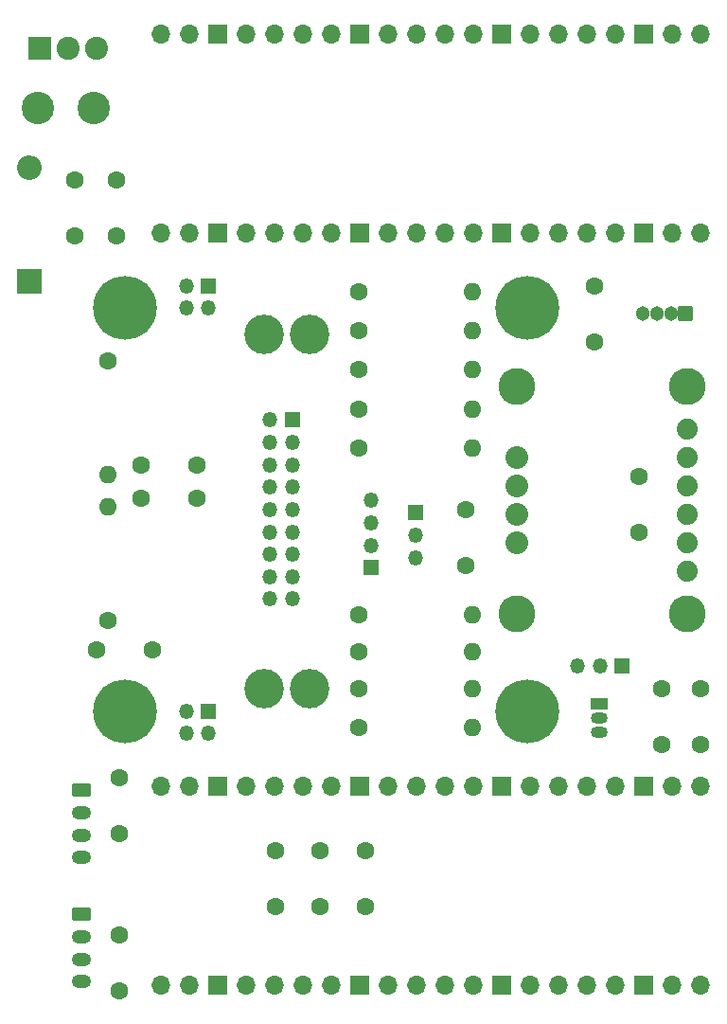
<source format=gbr>
%TF.GenerationSoftware,KiCad,Pcbnew,7.0.7*%
%TF.CreationDate,2024-02-01T11:26:11-05:00*%
%TF.ProjectId,ROSE-PILK_v1,524f5345-2d50-4494-9c4b-5f76312e6b69,rev?*%
%TF.SameCoordinates,Original*%
%TF.FileFunction,Soldermask,Bot*%
%TF.FilePolarity,Negative*%
%FSLAX46Y46*%
G04 Gerber Fmt 4.6, Leading zero omitted, Abs format (unit mm)*
G04 Created by KiCad (PCBNEW 7.0.7) date 2024-02-01 11:26:11*
%MOMM*%
%LPD*%
G01*
G04 APERTURE LIST*
G04 Aperture macros list*
%AMRoundRect*
0 Rectangle with rounded corners*
0 $1 Rounding radius*
0 $2 $3 $4 $5 $6 $7 $8 $9 X,Y pos of 4 corners*
0 Add a 4 corners polygon primitive as box body*
4,1,4,$2,$3,$4,$5,$6,$7,$8,$9,$2,$3,0*
0 Add four circle primitives for the rounded corners*
1,1,$1+$1,$2,$3*
1,1,$1+$1,$4,$5*
1,1,$1+$1,$6,$7*
1,1,$1+$1,$8,$9*
0 Add four rect primitives between the rounded corners*
20,1,$1+$1,$2,$3,$4,$5,0*
20,1,$1+$1,$4,$5,$6,$7,0*
20,1,$1+$1,$6,$7,$8,$9,0*
20,1,$1+$1,$8,$9,$2,$3,0*%
G04 Aperture macros list end*
%ADD10RoundRect,0.250000X-0.625000X0.350000X-0.625000X-0.350000X0.625000X-0.350000X0.625000X0.350000X0*%
%ADD11O,1.750000X1.200000*%
%ADD12R,1.350000X1.350000*%
%ADD13O,1.350000X1.350000*%
%ADD14C,1.600000*%
%ADD15C,1.879600*%
%ADD16C,2.032000*%
%ADD17C,3.301600*%
%ADD18RoundRect,0.102000X-0.930000X-0.930000X0.930000X-0.930000X0.930000X0.930000X-0.930000X0.930000X0*%
%ADD19C,2.064000*%
%ADD20R,2.200000X2.200000*%
%ADD21O,2.200000X2.200000*%
%ADD22C,2.904000*%
%ADD23C,3.524000*%
%ADD24C,5.700000*%
%ADD25O,1.600000X1.600000*%
%ADD26O,1.700000X1.700000*%
%ADD27R,1.700000X1.700000*%
%ADD28RoundRect,0.102000X0.550000X0.550000X-0.550000X0.550000X-0.550000X-0.550000X0.550000X-0.550000X0*%
%ADD29C,1.304000*%
%ADD30R,1.500000X1.050000*%
%ADD31O,1.500000X1.050000*%
G04 APERTURE END LIST*
D10*
%TO.C,J7*%
X155100000Y-136200000D03*
D11*
X155100000Y-138200000D03*
X155100000Y-140200000D03*
X155100000Y-142200000D03*
%TD*%
D12*
%TO.C,J13*%
X166500000Y-118000000D03*
D13*
X164500000Y-118000000D03*
X166500000Y-120000000D03*
X164500000Y-120000000D03*
%TD*%
D14*
%TO.C,CAN2*%
X160500000Y-99000000D03*
X165500000Y-99000000D03*
%TD*%
%TO.C,JETSON1V8*%
X176500000Y-135500000D03*
X176500000Y-130500000D03*
%TD*%
D15*
%TO.C,IMU*%
X209307500Y-105537500D03*
D16*
X194067501Y-102997500D03*
D15*
X209307501Y-102997500D03*
D16*
X194067501Y-100457500D03*
D15*
X209307501Y-100457500D03*
D16*
X194067501Y-97917500D03*
D15*
X209307501Y-97917500D03*
D16*
X194067501Y-95377500D03*
D15*
X209307501Y-95377500D03*
X209307501Y-92837500D03*
D17*
X194067501Y-109347500D03*
X209307501Y-109347500D03*
X194067501Y-89027500D03*
X209307501Y-89027500D03*
%TD*%
D18*
%TO.C,Q1*%
X151420000Y-58800000D03*
D19*
X153960000Y-58800000D03*
X156500000Y-58800000D03*
%TD*%
D20*
%TO.C,D17*%
X150500000Y-79580000D03*
D21*
X150500000Y-69420000D03*
%TD*%
D22*
%TO.C,U4*%
X156200000Y-64100000D03*
X151200000Y-64100000D03*
%TD*%
D23*
%TO.C,SW2*%
X171500000Y-116000000D03*
X175500000Y-116000000D03*
%TD*%
D14*
%TO.C,CAN1*%
X160500000Y-96000000D03*
X165500000Y-96000000D03*
%TD*%
D24*
%TO.C,REF\u002A\u002A*%
X159000000Y-118000000D03*
%TD*%
D14*
%TO.C,R33*%
X157500000Y-109880000D03*
D25*
X157500000Y-99720000D03*
%TD*%
D12*
%TO.C,J1*%
X181000000Y-105200000D03*
D13*
X181000000Y-103200000D03*
X181000000Y-101200000D03*
X181000000Y-99200000D03*
%TD*%
D14*
%TO.C,IMUC13*%
X205000000Y-102000000D03*
X205000000Y-97000000D03*
%TD*%
D26*
%TO.C,U6*%
X210500000Y-124720000D03*
X207960000Y-124720000D03*
D27*
X205420000Y-124720000D03*
D26*
X202880000Y-124720000D03*
X200340000Y-124720000D03*
X197800000Y-124720000D03*
X195260000Y-124720000D03*
D27*
X192720000Y-124720000D03*
D26*
X190180000Y-124720000D03*
X187640000Y-124720000D03*
X185100000Y-124720000D03*
X182560000Y-124720000D03*
D27*
X180020000Y-124720000D03*
D26*
X177480000Y-124720000D03*
X174940000Y-124720000D03*
X172400000Y-124720000D03*
X169860000Y-124720000D03*
D27*
X167320000Y-124720000D03*
D26*
X164780000Y-124720000D03*
X162240000Y-124720000D03*
X162240000Y-142500000D03*
X164780000Y-142500000D03*
D27*
X167320000Y-142500000D03*
D26*
X169860000Y-142500000D03*
X172400000Y-142500000D03*
X174940000Y-142500000D03*
X177480000Y-142500000D03*
D27*
X180020000Y-142500000D03*
D26*
X182560000Y-142500000D03*
X185100000Y-142500000D03*
X187640000Y-142500000D03*
X190180000Y-142500000D03*
D27*
X192720000Y-142500000D03*
D26*
X195260000Y-142500000D03*
X197800000Y-142500000D03*
X200340000Y-142500000D03*
X202880000Y-142500000D03*
D27*
X205420000Y-142500000D03*
D26*
X207960000Y-142500000D03*
X210500000Y-142500000D03*
%TD*%
D14*
%TO.C,C3*%
X158300000Y-75500000D03*
X158300000Y-70500000D03*
%TD*%
D26*
%TO.C,U1*%
X210500000Y-57500000D03*
X207960000Y-57500000D03*
D27*
X205420000Y-57500000D03*
D26*
X202880000Y-57500000D03*
X200340000Y-57500000D03*
X197800000Y-57500000D03*
X195260000Y-57500000D03*
D27*
X192720000Y-57500000D03*
D26*
X190180000Y-57500000D03*
X187640000Y-57500000D03*
X185100000Y-57500000D03*
X182560000Y-57500000D03*
D27*
X180020000Y-57500000D03*
D26*
X177480000Y-57500000D03*
X174940000Y-57500000D03*
X172400000Y-57500000D03*
X169860000Y-57500000D03*
D27*
X167320000Y-57500000D03*
D26*
X164780000Y-57500000D03*
X162240000Y-57500000D03*
X162240000Y-75280000D03*
X164780000Y-75280000D03*
D27*
X167320000Y-75280000D03*
D26*
X169860000Y-75280000D03*
X172400000Y-75280000D03*
X174940000Y-75280000D03*
X177480000Y-75280000D03*
D27*
X180020000Y-75280000D03*
D26*
X182560000Y-75280000D03*
X185100000Y-75280000D03*
X187640000Y-75280000D03*
X190180000Y-75280000D03*
D27*
X192720000Y-75280000D03*
D26*
X195260000Y-75280000D03*
X197800000Y-75280000D03*
X200340000Y-75280000D03*
X202880000Y-75280000D03*
D27*
X205420000Y-75280000D03*
D26*
X207960000Y-75280000D03*
X210500000Y-75280000D03*
%TD*%
D14*
%TO.C,PICOU1*%
X201000000Y-85000000D03*
X201000000Y-80000000D03*
%TD*%
D28*
%TO.C,D16*%
X209170000Y-82500000D03*
D29*
X207900000Y-82500000D03*
X206630000Y-82500000D03*
X205360000Y-82500000D03*
%TD*%
D14*
%TO.C,C2*%
X154500000Y-75500000D03*
X154500000Y-70500000D03*
%TD*%
%TO.C,R5*%
X179920000Y-80500000D03*
D25*
X190080000Y-80500000D03*
%TD*%
D14*
%TO.C,QUAD2*%
X158500000Y-138000000D03*
X158500000Y-143000000D03*
%TD*%
%TO.C,R30*%
X179920000Y-94500000D03*
D25*
X190080000Y-94500000D03*
%TD*%
D14*
%TO.C,R1*%
X179920000Y-109400000D03*
D25*
X190080000Y-109400000D03*
%TD*%
D12*
%TO.C,J10*%
X174000000Y-92000000D03*
D13*
X172000000Y-92000000D03*
X174000000Y-94000000D03*
X172000000Y-94000000D03*
X174000000Y-96000000D03*
X172000000Y-96000000D03*
X174000000Y-98000000D03*
X172000000Y-98000000D03*
X174000000Y-100000000D03*
X172000000Y-100000000D03*
X174000000Y-102000000D03*
X172000000Y-102000000D03*
X174000000Y-104000000D03*
X172000000Y-104000000D03*
X174000000Y-106000000D03*
X172000000Y-106000000D03*
X174000000Y-108000000D03*
X172000000Y-108000000D03*
%TD*%
D14*
%TO.C,JETSON3V3*%
X172500000Y-135500000D03*
X172500000Y-130500000D03*
%TD*%
%TO.C,JETSONGND1*%
X180500000Y-135500000D03*
X180500000Y-130500000D03*
%TD*%
%TO.C,R10*%
X179920000Y-91000000D03*
D25*
X190080000Y-91000000D03*
%TD*%
D12*
%TO.C,J2*%
X203500000Y-114000000D03*
D13*
X201500000Y-114000000D03*
X199500000Y-114000000D03*
%TD*%
D10*
%TO.C,J11*%
X155150000Y-125100000D03*
D11*
X155150000Y-127100000D03*
X155150000Y-129100000D03*
X155150000Y-131100000D03*
%TD*%
D14*
%TO.C,R31*%
X179920000Y-119500000D03*
D25*
X190080000Y-119500000D03*
%TD*%
D14*
%TO.C,R2*%
X179940000Y-112700000D03*
D25*
X190100000Y-112700000D03*
%TD*%
D14*
%TO.C,SERVO1*%
X189500000Y-105000000D03*
X189500000Y-100000000D03*
%TD*%
D12*
%TO.C,J9*%
X185000000Y-100300000D03*
D13*
X185000000Y-102300000D03*
X185000000Y-104300000D03*
%TD*%
D24*
%TO.C,MountingHole3*%
X195000000Y-82000000D03*
%TD*%
%TO.C,MountingHole2*%
X195000000Y-118000000D03*
%TD*%
D30*
%TO.C,Q3*%
X201440000Y-117330000D03*
D31*
X201440000Y-118600000D03*
X201440000Y-119870000D03*
%TD*%
D14*
%TO.C,PICOU6*%
X207000000Y-116000000D03*
X207000000Y-121000000D03*
%TD*%
D24*
%TO.C,MountingHole1*%
X159000000Y-82000000D03*
%TD*%
D14*
%TO.C,R20*%
X179920000Y-87500000D03*
D25*
X190080000Y-87500000D03*
%TD*%
D14*
%TO.C,R32*%
X157500000Y-86740000D03*
D25*
X157500000Y-96900000D03*
%TD*%
D23*
%TO.C,SW1*%
X171500000Y-84300000D03*
X175500000Y-84300000D03*
%TD*%
D14*
%TO.C,R3*%
X179920000Y-116000000D03*
D25*
X190080000Y-116000000D03*
%TD*%
D12*
%TO.C,J12*%
X166500000Y-80000000D03*
D13*
X164500000Y-80000000D03*
X166500000Y-82000000D03*
X164500000Y-82000000D03*
%TD*%
D14*
%TO.C,R4*%
X179920000Y-84000000D03*
D25*
X190080000Y-84000000D03*
%TD*%
D14*
%TO.C,DR16*%
X210500000Y-121000000D03*
X210500000Y-116000000D03*
%TD*%
%TO.C,5VCAP1*%
X156500000Y-112500000D03*
X161500000Y-112500000D03*
%TD*%
%TO.C,QUAD1*%
X158500000Y-124000000D03*
X158500000Y-129000000D03*
%TD*%
M02*

</source>
